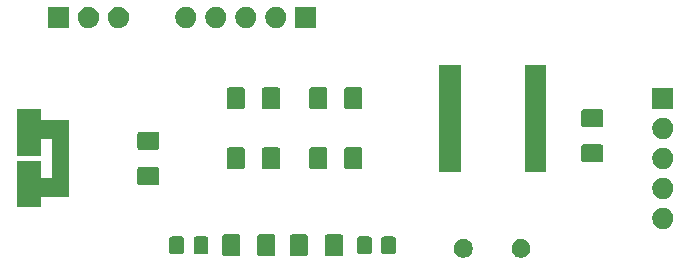
<source format=gbr>
%TF.GenerationSoftware,KiCad,Pcbnew,5.1.6-c6e7f7d~86~ubuntu18.04.1*%
%TF.CreationDate,2020-05-25T18:48:25+02:00*%
%TF.ProjectId,ft232rl_converter_v2,66743233-3272-46c5-9f63-6f6e76657274,1.0*%
%TF.SameCoordinates,PX4d83c00PY525bfc0*%
%TF.FileFunction,Soldermask,Top*%
%TF.FilePolarity,Negative*%
%FSLAX46Y46*%
G04 Gerber Fmt 4.6, Leading zero omitted, Abs format (unit mm)*
G04 Created by KiCad (PCBNEW 5.1.6-c6e7f7d~86~ubuntu18.04.1) date 2020-05-25 18:48:25*
%MOMM*%
%LPD*%
G01*
G04 APERTURE LIST*
%ADD10C,0.150000*%
G04 APERTURE END LIST*
D10*
G36*
X43213642Y5850219D02*
G01*
X43359414Y5789838D01*
X43359416Y5789837D01*
X43490608Y5702178D01*
X43602178Y5590608D01*
X43689837Y5459416D01*
X43689838Y5459414D01*
X43750219Y5313642D01*
X43781000Y5158893D01*
X43781000Y5001107D01*
X43750219Y4846358D01*
X43731876Y4802075D01*
X43689837Y4700584D01*
X43602178Y4569392D01*
X43490608Y4457822D01*
X43359416Y4370163D01*
X43359415Y4370162D01*
X43359414Y4370162D01*
X43213642Y4309781D01*
X43058893Y4279000D01*
X42901107Y4279000D01*
X42746358Y4309781D01*
X42600586Y4370162D01*
X42600585Y4370162D01*
X42600584Y4370163D01*
X42469392Y4457822D01*
X42357822Y4569392D01*
X42270163Y4700584D01*
X42228124Y4802075D01*
X42209781Y4846358D01*
X42179000Y5001107D01*
X42179000Y5158893D01*
X42209781Y5313642D01*
X42270162Y5459414D01*
X42270163Y5459416D01*
X42357822Y5590608D01*
X42469392Y5702178D01*
X42600584Y5789837D01*
X42600586Y5789838D01*
X42746358Y5850219D01*
X42901107Y5881000D01*
X43058893Y5881000D01*
X43213642Y5850219D01*
G37*
G36*
X38333642Y5850219D02*
G01*
X38479414Y5789838D01*
X38479416Y5789837D01*
X38610608Y5702178D01*
X38722178Y5590608D01*
X38809837Y5459416D01*
X38809838Y5459414D01*
X38870219Y5313642D01*
X38901000Y5158893D01*
X38901000Y5001107D01*
X38870219Y4846358D01*
X38851876Y4802075D01*
X38809837Y4700584D01*
X38722178Y4569392D01*
X38610608Y4457822D01*
X38479416Y4370163D01*
X38479415Y4370162D01*
X38479414Y4370162D01*
X38333642Y4309781D01*
X38178893Y4279000D01*
X38021107Y4279000D01*
X37866358Y4309781D01*
X37720586Y4370162D01*
X37720585Y4370162D01*
X37720584Y4370163D01*
X37589392Y4457822D01*
X37477822Y4569392D01*
X37390163Y4700584D01*
X37348124Y4802075D01*
X37329781Y4846358D01*
X37299000Y5001107D01*
X37299000Y5158893D01*
X37329781Y5313642D01*
X37390162Y5459414D01*
X37390163Y5459416D01*
X37477822Y5590608D01*
X37589392Y5702178D01*
X37720584Y5789837D01*
X37720586Y5789838D01*
X37866358Y5850219D01*
X38021107Y5881000D01*
X38178893Y5881000D01*
X38333642Y5850219D01*
G37*
G36*
X27754562Y6255819D02*
G01*
X27789481Y6245226D01*
X27821663Y6228024D01*
X27849873Y6204873D01*
X27873024Y6176663D01*
X27890226Y6144481D01*
X27900819Y6109562D01*
X27905000Y6067105D01*
X27905000Y4600895D01*
X27900819Y4558438D01*
X27890226Y4523519D01*
X27873024Y4491337D01*
X27849873Y4463127D01*
X27821663Y4439976D01*
X27789481Y4422774D01*
X27754562Y4412181D01*
X27712105Y4408000D01*
X26570895Y4408000D01*
X26528438Y4412181D01*
X26493519Y4422774D01*
X26461337Y4439976D01*
X26433127Y4463127D01*
X26409976Y4491337D01*
X26392774Y4523519D01*
X26382181Y4558438D01*
X26378000Y4600895D01*
X26378000Y6067105D01*
X26382181Y6109562D01*
X26392774Y6144481D01*
X26409976Y6176663D01*
X26433127Y6204873D01*
X26461337Y6228024D01*
X26493519Y6245226D01*
X26528438Y6255819D01*
X26570895Y6260000D01*
X27712105Y6260000D01*
X27754562Y6255819D01*
G37*
G36*
X24779562Y6255819D02*
G01*
X24814481Y6245226D01*
X24846663Y6228024D01*
X24874873Y6204873D01*
X24898024Y6176663D01*
X24915226Y6144481D01*
X24925819Y6109562D01*
X24930000Y6067105D01*
X24930000Y4600895D01*
X24925819Y4558438D01*
X24915226Y4523519D01*
X24898024Y4491337D01*
X24874873Y4463127D01*
X24846663Y4439976D01*
X24814481Y4422774D01*
X24779562Y4412181D01*
X24737105Y4408000D01*
X23595895Y4408000D01*
X23553438Y4412181D01*
X23518519Y4422774D01*
X23486337Y4439976D01*
X23458127Y4463127D01*
X23434976Y4491337D01*
X23417774Y4523519D01*
X23407181Y4558438D01*
X23403000Y4600895D01*
X23403000Y6067105D01*
X23407181Y6109562D01*
X23417774Y6144481D01*
X23434976Y6176663D01*
X23458127Y6204873D01*
X23486337Y6228024D01*
X23518519Y6245226D01*
X23553438Y6255819D01*
X23595895Y6260000D01*
X24737105Y6260000D01*
X24779562Y6255819D01*
G37*
G36*
X19064562Y6255819D02*
G01*
X19099481Y6245226D01*
X19131663Y6228024D01*
X19159873Y6204873D01*
X19183024Y6176663D01*
X19200226Y6144481D01*
X19210819Y6109562D01*
X19215000Y6067105D01*
X19215000Y4600895D01*
X19210819Y4558438D01*
X19200226Y4523519D01*
X19183024Y4491337D01*
X19159873Y4463127D01*
X19131663Y4439976D01*
X19099481Y4422774D01*
X19064562Y4412181D01*
X19022105Y4408000D01*
X17880895Y4408000D01*
X17838438Y4412181D01*
X17803519Y4422774D01*
X17771337Y4439976D01*
X17743127Y4463127D01*
X17719976Y4491337D01*
X17702774Y4523519D01*
X17692181Y4558438D01*
X17688000Y4600895D01*
X17688000Y6067105D01*
X17692181Y6109562D01*
X17702774Y6144481D01*
X17719976Y6176663D01*
X17743127Y6204873D01*
X17771337Y6228024D01*
X17803519Y6245226D01*
X17838438Y6255819D01*
X17880895Y6260000D01*
X19022105Y6260000D01*
X19064562Y6255819D01*
G37*
G36*
X22039562Y6255819D02*
G01*
X22074481Y6245226D01*
X22106663Y6228024D01*
X22134873Y6204873D01*
X22158024Y6176663D01*
X22175226Y6144481D01*
X22185819Y6109562D01*
X22190000Y6067105D01*
X22190000Y4600895D01*
X22185819Y4558438D01*
X22175226Y4523519D01*
X22158024Y4491337D01*
X22134873Y4463127D01*
X22106663Y4439976D01*
X22074481Y4422774D01*
X22039562Y4412181D01*
X21997105Y4408000D01*
X20855895Y4408000D01*
X20813438Y4412181D01*
X20778519Y4422774D01*
X20746337Y4439976D01*
X20718127Y4463127D01*
X20694976Y4491337D01*
X20677774Y4523519D01*
X20667181Y4558438D01*
X20663000Y4600895D01*
X20663000Y6067105D01*
X20667181Y6109562D01*
X20677774Y6144481D01*
X20694976Y6176663D01*
X20718127Y6204873D01*
X20746337Y6228024D01*
X20778519Y6245226D01*
X20813438Y6255819D01*
X20855895Y6260000D01*
X21997105Y6260000D01*
X22039562Y6255819D01*
G37*
G36*
X32222674Y6080535D02*
G01*
X32260367Y6069101D01*
X32295103Y6050534D01*
X32325548Y6025548D01*
X32350534Y5995103D01*
X32369101Y5960367D01*
X32380535Y5922674D01*
X32385000Y5877339D01*
X32385000Y4790661D01*
X32380535Y4745326D01*
X32369101Y4707633D01*
X32350534Y4672897D01*
X32325548Y4642452D01*
X32295103Y4617466D01*
X32260367Y4598899D01*
X32222674Y4587465D01*
X32177339Y4583000D01*
X31340661Y4583000D01*
X31295326Y4587465D01*
X31257633Y4598899D01*
X31222897Y4617466D01*
X31192452Y4642452D01*
X31167466Y4672897D01*
X31148899Y4707633D01*
X31137465Y4745326D01*
X31133000Y4790661D01*
X31133000Y5877339D01*
X31137465Y5922674D01*
X31148899Y5960367D01*
X31167466Y5995103D01*
X31192452Y6025548D01*
X31222897Y6050534D01*
X31257633Y6069101D01*
X31295326Y6080535D01*
X31340661Y6085000D01*
X32177339Y6085000D01*
X32222674Y6080535D01*
G37*
G36*
X30172674Y6080535D02*
G01*
X30210367Y6069101D01*
X30245103Y6050534D01*
X30275548Y6025548D01*
X30300534Y5995103D01*
X30319101Y5960367D01*
X30330535Y5922674D01*
X30335000Y5877339D01*
X30335000Y4790661D01*
X30330535Y4745326D01*
X30319101Y4707633D01*
X30300534Y4672897D01*
X30275548Y4642452D01*
X30245103Y4617466D01*
X30210367Y4598899D01*
X30172674Y4587465D01*
X30127339Y4583000D01*
X29290661Y4583000D01*
X29245326Y4587465D01*
X29207633Y4598899D01*
X29172897Y4617466D01*
X29142452Y4642452D01*
X29117466Y4672897D01*
X29098899Y4707633D01*
X29087465Y4745326D01*
X29083000Y4790661D01*
X29083000Y5877339D01*
X29087465Y5922674D01*
X29098899Y5960367D01*
X29117466Y5995103D01*
X29142452Y6025548D01*
X29172897Y6050534D01*
X29207633Y6069101D01*
X29245326Y6080535D01*
X29290661Y6085000D01*
X30127339Y6085000D01*
X30172674Y6080535D01*
G37*
G36*
X16347674Y6080535D02*
G01*
X16385367Y6069101D01*
X16420103Y6050534D01*
X16450548Y6025548D01*
X16475534Y5995103D01*
X16494101Y5960367D01*
X16505535Y5922674D01*
X16510000Y5877339D01*
X16510000Y4790661D01*
X16505535Y4745326D01*
X16494101Y4707633D01*
X16475534Y4672897D01*
X16450548Y4642452D01*
X16420103Y4617466D01*
X16385367Y4598899D01*
X16347674Y4587465D01*
X16302339Y4583000D01*
X15465661Y4583000D01*
X15420326Y4587465D01*
X15382633Y4598899D01*
X15347897Y4617466D01*
X15317452Y4642452D01*
X15292466Y4672897D01*
X15273899Y4707633D01*
X15262465Y4745326D01*
X15258000Y4790661D01*
X15258000Y5877339D01*
X15262465Y5922674D01*
X15273899Y5960367D01*
X15292466Y5995103D01*
X15317452Y6025548D01*
X15347897Y6050534D01*
X15382633Y6069101D01*
X15420326Y6080535D01*
X15465661Y6085000D01*
X16302339Y6085000D01*
X16347674Y6080535D01*
G37*
G36*
X14297674Y6080535D02*
G01*
X14335367Y6069101D01*
X14370103Y6050534D01*
X14400548Y6025548D01*
X14425534Y5995103D01*
X14444101Y5960367D01*
X14455535Y5922674D01*
X14460000Y5877339D01*
X14460000Y4790661D01*
X14455535Y4745326D01*
X14444101Y4707633D01*
X14425534Y4672897D01*
X14400548Y4642452D01*
X14370103Y4617466D01*
X14335367Y4598899D01*
X14297674Y4587465D01*
X14252339Y4583000D01*
X13415661Y4583000D01*
X13370326Y4587465D01*
X13332633Y4598899D01*
X13297897Y4617466D01*
X13267452Y4642452D01*
X13242466Y4672897D01*
X13223899Y4707633D01*
X13212465Y4745326D01*
X13208000Y4790661D01*
X13208000Y5877339D01*
X13212465Y5922674D01*
X13223899Y5960367D01*
X13242466Y5995103D01*
X13267452Y6025548D01*
X13297897Y6050534D01*
X13332633Y6069101D01*
X13370326Y6080535D01*
X13415661Y6085000D01*
X14252339Y6085000D01*
X14297674Y6080535D01*
G37*
G36*
X55104512Y8516073D02*
G01*
X55253812Y8486376D01*
X55417784Y8418456D01*
X55565354Y8319853D01*
X55690853Y8194354D01*
X55789456Y8046784D01*
X55857376Y7882812D01*
X55892000Y7708741D01*
X55892000Y7531259D01*
X55857376Y7357188D01*
X55789456Y7193216D01*
X55690853Y7045646D01*
X55565354Y6920147D01*
X55417784Y6821544D01*
X55253812Y6753624D01*
X55104512Y6723927D01*
X55079742Y6719000D01*
X54902258Y6719000D01*
X54877488Y6723927D01*
X54728188Y6753624D01*
X54564216Y6821544D01*
X54416646Y6920147D01*
X54291147Y7045646D01*
X54192544Y7193216D01*
X54124624Y7357188D01*
X54090000Y7531259D01*
X54090000Y7708741D01*
X54124624Y7882812D01*
X54192544Y8046784D01*
X54291147Y8194354D01*
X54416646Y8319853D01*
X54564216Y8418456D01*
X54728188Y8486376D01*
X54877488Y8516073D01*
X54902258Y8521000D01*
X55079742Y8521000D01*
X55104512Y8516073D01*
G37*
G36*
X2341000Y16075999D02*
G01*
X2343402Y16051613D01*
X2350515Y16028164D01*
X2362066Y16006553D01*
X2377611Y15987611D01*
X2396553Y15972066D01*
X2418164Y15960515D01*
X2441613Y15953402D01*
X2465999Y15951000D01*
X4741000Y15951000D01*
X4741000Y9449000D01*
X2465999Y9449000D01*
X2441613Y9446598D01*
X2418164Y9439485D01*
X2396553Y9427934D01*
X2377611Y9412389D01*
X2362066Y9393447D01*
X2350515Y9371836D01*
X2343402Y9348387D01*
X2341000Y9324001D01*
X2341000Y8551500D01*
X339000Y8551500D01*
X339000Y12498500D01*
X2341000Y12498500D01*
X2341000Y11150999D01*
X2343402Y11126613D01*
X2350515Y11103164D01*
X2362066Y11081553D01*
X2377611Y11062611D01*
X2396553Y11047066D01*
X2418164Y11035515D01*
X2441613Y11028402D01*
X2465999Y11026000D01*
X3134001Y11026000D01*
X3158387Y11028402D01*
X3181836Y11035515D01*
X3203447Y11047066D01*
X3222389Y11062611D01*
X3237934Y11081553D01*
X3249485Y11103164D01*
X3256598Y11126613D01*
X3259000Y11150999D01*
X3259000Y14249001D01*
X3256598Y14273387D01*
X3249485Y14296836D01*
X3237934Y14318447D01*
X3222389Y14337389D01*
X3203447Y14352934D01*
X3181836Y14364485D01*
X3158387Y14371598D01*
X3134001Y14374000D01*
X2465999Y14374000D01*
X2441613Y14371598D01*
X2418164Y14364485D01*
X2396553Y14352934D01*
X2377611Y14337389D01*
X2362066Y14318447D01*
X2350515Y14296836D01*
X2343402Y14273387D01*
X2341000Y14249001D01*
X2341000Y12901500D01*
X339000Y12901500D01*
X339000Y16848500D01*
X2341000Y16848500D01*
X2341000Y16075999D01*
G37*
G36*
X55104512Y11056073D02*
G01*
X55253812Y11026376D01*
X55417784Y10958456D01*
X55565354Y10859853D01*
X55690853Y10734354D01*
X55789456Y10586784D01*
X55857376Y10422812D01*
X55892000Y10248741D01*
X55892000Y10071259D01*
X55857376Y9897188D01*
X55789456Y9733216D01*
X55690853Y9585646D01*
X55565354Y9460147D01*
X55417784Y9361544D01*
X55253812Y9293624D01*
X55104512Y9263927D01*
X55079742Y9259000D01*
X54902258Y9259000D01*
X54877488Y9263927D01*
X54728188Y9293624D01*
X54564216Y9361544D01*
X54416646Y9460147D01*
X54291147Y9585646D01*
X54192544Y9733216D01*
X54124624Y9897188D01*
X54090000Y10071259D01*
X54090000Y10248741D01*
X54124624Y10422812D01*
X54192544Y10586784D01*
X54291147Y10734354D01*
X54416646Y10859853D01*
X54564216Y10958456D01*
X54728188Y11026376D01*
X54877488Y11056073D01*
X54902258Y11061000D01*
X55079742Y11061000D01*
X55104512Y11056073D01*
G37*
G36*
X12205562Y11971819D02*
G01*
X12240481Y11961226D01*
X12272663Y11944024D01*
X12300873Y11920873D01*
X12324024Y11892663D01*
X12341226Y11860481D01*
X12351819Y11825562D01*
X12356000Y11783105D01*
X12356000Y10641895D01*
X12351819Y10599438D01*
X12341226Y10564519D01*
X12324024Y10532337D01*
X12300873Y10504127D01*
X12272663Y10480976D01*
X12240481Y10463774D01*
X12205562Y10453181D01*
X12163105Y10449000D01*
X10696895Y10449000D01*
X10654438Y10453181D01*
X10619519Y10463774D01*
X10587337Y10480976D01*
X10559127Y10504127D01*
X10535976Y10532337D01*
X10518774Y10564519D01*
X10508181Y10599438D01*
X10504000Y10641895D01*
X10504000Y11783105D01*
X10508181Y11825562D01*
X10518774Y11860481D01*
X10535976Y11892663D01*
X10559127Y11920873D01*
X10587337Y11944024D01*
X10619519Y11961226D01*
X10654438Y11971819D01*
X10696895Y11976000D01*
X12163105Y11976000D01*
X12205562Y11971819D01*
G37*
G36*
X37931000Y11564000D02*
G01*
X36079000Y11564000D01*
X36079000Y20566000D01*
X37931000Y20566000D01*
X37931000Y11564000D01*
G37*
G36*
X45131000Y11564000D02*
G01*
X43279000Y11564000D01*
X43279000Y20566000D01*
X45131000Y20566000D01*
X45131000Y11564000D01*
G37*
G36*
X26430562Y13621819D02*
G01*
X26465481Y13611226D01*
X26497663Y13594024D01*
X26525873Y13570873D01*
X26549024Y13542663D01*
X26566226Y13510481D01*
X26576819Y13475562D01*
X26581000Y13433105D01*
X26581000Y11966895D01*
X26576819Y11924438D01*
X26566226Y11889519D01*
X26549024Y11857337D01*
X26525873Y11829127D01*
X26497663Y11805976D01*
X26465481Y11788774D01*
X26430562Y11778181D01*
X26388105Y11774000D01*
X25246895Y11774000D01*
X25204438Y11778181D01*
X25169519Y11788774D01*
X25137337Y11805976D01*
X25109127Y11829127D01*
X25085976Y11857337D01*
X25068774Y11889519D01*
X25058181Y11924438D01*
X25054000Y11966895D01*
X25054000Y13433105D01*
X25058181Y13475562D01*
X25068774Y13510481D01*
X25085976Y13542663D01*
X25109127Y13570873D01*
X25137337Y13594024D01*
X25169519Y13611226D01*
X25204438Y13621819D01*
X25246895Y13626000D01*
X26388105Y13626000D01*
X26430562Y13621819D01*
G37*
G36*
X29405562Y13621819D02*
G01*
X29440481Y13611226D01*
X29472663Y13594024D01*
X29500873Y13570873D01*
X29524024Y13542663D01*
X29541226Y13510481D01*
X29551819Y13475562D01*
X29556000Y13433105D01*
X29556000Y11966895D01*
X29551819Y11924438D01*
X29541226Y11889519D01*
X29524024Y11857337D01*
X29500873Y11829127D01*
X29472663Y11805976D01*
X29440481Y11788774D01*
X29405562Y11778181D01*
X29363105Y11774000D01*
X28221895Y11774000D01*
X28179438Y11778181D01*
X28144519Y11788774D01*
X28112337Y11805976D01*
X28084127Y11829127D01*
X28060976Y11857337D01*
X28043774Y11889519D01*
X28033181Y11924438D01*
X28029000Y11966895D01*
X28029000Y13433105D01*
X28033181Y13475562D01*
X28043774Y13510481D01*
X28060976Y13542663D01*
X28084127Y13570873D01*
X28112337Y13594024D01*
X28144519Y13611226D01*
X28179438Y13621819D01*
X28221895Y13626000D01*
X29363105Y13626000D01*
X29405562Y13621819D01*
G37*
G36*
X19445562Y13621819D02*
G01*
X19480481Y13611226D01*
X19512663Y13594024D01*
X19540873Y13570873D01*
X19564024Y13542663D01*
X19581226Y13510481D01*
X19591819Y13475562D01*
X19596000Y13433105D01*
X19596000Y11966895D01*
X19591819Y11924438D01*
X19581226Y11889519D01*
X19564024Y11857337D01*
X19540873Y11829127D01*
X19512663Y11805976D01*
X19480481Y11788774D01*
X19445562Y11778181D01*
X19403105Y11774000D01*
X18261895Y11774000D01*
X18219438Y11778181D01*
X18184519Y11788774D01*
X18152337Y11805976D01*
X18124127Y11829127D01*
X18100976Y11857337D01*
X18083774Y11889519D01*
X18073181Y11924438D01*
X18069000Y11966895D01*
X18069000Y13433105D01*
X18073181Y13475562D01*
X18083774Y13510481D01*
X18100976Y13542663D01*
X18124127Y13570873D01*
X18152337Y13594024D01*
X18184519Y13611226D01*
X18219438Y13621819D01*
X18261895Y13626000D01*
X19403105Y13626000D01*
X19445562Y13621819D01*
G37*
G36*
X22420562Y13621819D02*
G01*
X22455481Y13611226D01*
X22487663Y13594024D01*
X22515873Y13570873D01*
X22539024Y13542663D01*
X22556226Y13510481D01*
X22566819Y13475562D01*
X22571000Y13433105D01*
X22571000Y11966895D01*
X22566819Y11924438D01*
X22556226Y11889519D01*
X22539024Y11857337D01*
X22515873Y11829127D01*
X22487663Y11805976D01*
X22455481Y11788774D01*
X22420562Y11778181D01*
X22378105Y11774000D01*
X21236895Y11774000D01*
X21194438Y11778181D01*
X21159519Y11788774D01*
X21127337Y11805976D01*
X21099127Y11829127D01*
X21075976Y11857337D01*
X21058774Y11889519D01*
X21048181Y11924438D01*
X21044000Y11966895D01*
X21044000Y13433105D01*
X21048181Y13475562D01*
X21058774Y13510481D01*
X21075976Y13542663D01*
X21099127Y13570873D01*
X21127337Y13594024D01*
X21159519Y13611226D01*
X21194438Y13621819D01*
X21236895Y13626000D01*
X22378105Y13626000D01*
X22420562Y13621819D01*
G37*
G36*
X55104512Y13596073D02*
G01*
X55253812Y13566376D01*
X55417784Y13498456D01*
X55565354Y13399853D01*
X55690853Y13274354D01*
X55789456Y13126784D01*
X55857376Y12962812D01*
X55892000Y12788741D01*
X55892000Y12611259D01*
X55857376Y12437188D01*
X55789456Y12273216D01*
X55690853Y12125646D01*
X55565354Y12000147D01*
X55417784Y11901544D01*
X55253812Y11833624D01*
X55104512Y11803927D01*
X55079742Y11799000D01*
X54902258Y11799000D01*
X54877488Y11803927D01*
X54728188Y11833624D01*
X54564216Y11901544D01*
X54416646Y12000147D01*
X54291147Y12125646D01*
X54192544Y12273216D01*
X54124624Y12437188D01*
X54090000Y12611259D01*
X54090000Y12788741D01*
X54124624Y12962812D01*
X54192544Y13126784D01*
X54291147Y13274354D01*
X54416646Y13399853D01*
X54564216Y13498456D01*
X54728188Y13566376D01*
X54877488Y13596073D01*
X54902258Y13601000D01*
X55079742Y13601000D01*
X55104512Y13596073D01*
G37*
G36*
X49797562Y13876819D02*
G01*
X49832481Y13866226D01*
X49864663Y13849024D01*
X49892873Y13825873D01*
X49916024Y13797663D01*
X49933226Y13765481D01*
X49943819Y13730562D01*
X49948000Y13688105D01*
X49948000Y12546895D01*
X49943819Y12504438D01*
X49933226Y12469519D01*
X49916024Y12437337D01*
X49892873Y12409127D01*
X49864663Y12385976D01*
X49832481Y12368774D01*
X49797562Y12358181D01*
X49755105Y12354000D01*
X48288895Y12354000D01*
X48246438Y12358181D01*
X48211519Y12368774D01*
X48179337Y12385976D01*
X48151127Y12409127D01*
X48127976Y12437337D01*
X48110774Y12469519D01*
X48100181Y12504438D01*
X48096000Y12546895D01*
X48096000Y13688105D01*
X48100181Y13730562D01*
X48110774Y13765481D01*
X48127976Y13797663D01*
X48151127Y13825873D01*
X48179337Y13849024D01*
X48211519Y13866226D01*
X48246438Y13876819D01*
X48288895Y13881000D01*
X49755105Y13881000D01*
X49797562Y13876819D01*
G37*
G36*
X12205562Y14946819D02*
G01*
X12240481Y14936226D01*
X12272663Y14919024D01*
X12300873Y14895873D01*
X12324024Y14867663D01*
X12341226Y14835481D01*
X12351819Y14800562D01*
X12356000Y14758105D01*
X12356000Y13616895D01*
X12351819Y13574438D01*
X12341226Y13539519D01*
X12324024Y13507337D01*
X12300873Y13479127D01*
X12272663Y13455976D01*
X12240481Y13438774D01*
X12205562Y13428181D01*
X12163105Y13424000D01*
X10696895Y13424000D01*
X10654438Y13428181D01*
X10619519Y13438774D01*
X10587337Y13455976D01*
X10559127Y13479127D01*
X10535976Y13507337D01*
X10518774Y13539519D01*
X10508181Y13574438D01*
X10504000Y13616895D01*
X10504000Y14758105D01*
X10508181Y14800562D01*
X10518774Y14835481D01*
X10535976Y14867663D01*
X10559127Y14895873D01*
X10587337Y14919024D01*
X10619519Y14936226D01*
X10654438Y14946819D01*
X10696895Y14951000D01*
X12163105Y14951000D01*
X12205562Y14946819D01*
G37*
G36*
X55104512Y16136073D02*
G01*
X55253812Y16106376D01*
X55417784Y16038456D01*
X55565354Y15939853D01*
X55690853Y15814354D01*
X55789456Y15666784D01*
X55857376Y15502812D01*
X55875372Y15412337D01*
X55891949Y15329000D01*
X55892000Y15328741D01*
X55892000Y15151259D01*
X55857376Y14977188D01*
X55789456Y14813216D01*
X55690853Y14665646D01*
X55565354Y14540147D01*
X55417784Y14441544D01*
X55253812Y14373624D01*
X55104512Y14343927D01*
X55079742Y14339000D01*
X54902258Y14339000D01*
X54877488Y14343927D01*
X54728188Y14373624D01*
X54564216Y14441544D01*
X54416646Y14540147D01*
X54291147Y14665646D01*
X54192544Y14813216D01*
X54124624Y14977188D01*
X54090000Y15151259D01*
X54090000Y15328741D01*
X54090052Y15329000D01*
X54106628Y15412337D01*
X54124624Y15502812D01*
X54192544Y15666784D01*
X54291147Y15814354D01*
X54416646Y15939853D01*
X54564216Y16038456D01*
X54728188Y16106376D01*
X54877488Y16136073D01*
X54902258Y16141000D01*
X55079742Y16141000D01*
X55104512Y16136073D01*
G37*
G36*
X49797562Y16851819D02*
G01*
X49832481Y16841226D01*
X49864663Y16824024D01*
X49892873Y16800873D01*
X49916024Y16772663D01*
X49933226Y16740481D01*
X49943819Y16705562D01*
X49948000Y16663105D01*
X49948000Y15521895D01*
X49943819Y15479438D01*
X49933226Y15444519D01*
X49916024Y15412337D01*
X49892873Y15384127D01*
X49864663Y15360976D01*
X49832481Y15343774D01*
X49797562Y15333181D01*
X49755105Y15329000D01*
X48288895Y15329000D01*
X48246438Y15333181D01*
X48211519Y15343774D01*
X48179337Y15360976D01*
X48151127Y15384127D01*
X48127976Y15412337D01*
X48110774Y15444519D01*
X48100181Y15479438D01*
X48096000Y15521895D01*
X48096000Y16663105D01*
X48100181Y16705562D01*
X48110774Y16740481D01*
X48127976Y16772663D01*
X48151127Y16800873D01*
X48179337Y16824024D01*
X48211519Y16841226D01*
X48246438Y16851819D01*
X48288895Y16856000D01*
X49755105Y16856000D01*
X49797562Y16851819D01*
G37*
G36*
X26430562Y18701819D02*
G01*
X26465481Y18691226D01*
X26497663Y18674024D01*
X26525873Y18650873D01*
X26549024Y18622663D01*
X26566226Y18590481D01*
X26576819Y18555562D01*
X26581000Y18513105D01*
X26581000Y17046895D01*
X26576819Y17004438D01*
X26566226Y16969519D01*
X26549024Y16937337D01*
X26525873Y16909127D01*
X26497663Y16885976D01*
X26465481Y16868774D01*
X26430562Y16858181D01*
X26388105Y16854000D01*
X25246895Y16854000D01*
X25204438Y16858181D01*
X25169519Y16868774D01*
X25137337Y16885976D01*
X25109127Y16909127D01*
X25085976Y16937337D01*
X25068774Y16969519D01*
X25058181Y17004438D01*
X25054000Y17046895D01*
X25054000Y18513105D01*
X25058181Y18555562D01*
X25068774Y18590481D01*
X25085976Y18622663D01*
X25109127Y18650873D01*
X25137337Y18674024D01*
X25169519Y18691226D01*
X25204438Y18701819D01*
X25246895Y18706000D01*
X26388105Y18706000D01*
X26430562Y18701819D01*
G37*
G36*
X19445562Y18701819D02*
G01*
X19480481Y18691226D01*
X19512663Y18674024D01*
X19540873Y18650873D01*
X19564024Y18622663D01*
X19581226Y18590481D01*
X19591819Y18555562D01*
X19596000Y18513105D01*
X19596000Y17046895D01*
X19591819Y17004438D01*
X19581226Y16969519D01*
X19564024Y16937337D01*
X19540873Y16909127D01*
X19512663Y16885976D01*
X19480481Y16868774D01*
X19445562Y16858181D01*
X19403105Y16854000D01*
X18261895Y16854000D01*
X18219438Y16858181D01*
X18184519Y16868774D01*
X18152337Y16885976D01*
X18124127Y16909127D01*
X18100976Y16937337D01*
X18083774Y16969519D01*
X18073181Y17004438D01*
X18069000Y17046895D01*
X18069000Y18513105D01*
X18073181Y18555562D01*
X18083774Y18590481D01*
X18100976Y18622663D01*
X18124127Y18650873D01*
X18152337Y18674024D01*
X18184519Y18691226D01*
X18219438Y18701819D01*
X18261895Y18706000D01*
X19403105Y18706000D01*
X19445562Y18701819D01*
G37*
G36*
X22420562Y18701819D02*
G01*
X22455481Y18691226D01*
X22487663Y18674024D01*
X22515873Y18650873D01*
X22539024Y18622663D01*
X22556226Y18590481D01*
X22566819Y18555562D01*
X22571000Y18513105D01*
X22571000Y17046895D01*
X22566819Y17004438D01*
X22556226Y16969519D01*
X22539024Y16937337D01*
X22515873Y16909127D01*
X22487663Y16885976D01*
X22455481Y16868774D01*
X22420562Y16858181D01*
X22378105Y16854000D01*
X21236895Y16854000D01*
X21194438Y16858181D01*
X21159519Y16868774D01*
X21127337Y16885976D01*
X21099127Y16909127D01*
X21075976Y16937337D01*
X21058774Y16969519D01*
X21048181Y17004438D01*
X21044000Y17046895D01*
X21044000Y18513105D01*
X21048181Y18555562D01*
X21058774Y18590481D01*
X21075976Y18622663D01*
X21099127Y18650873D01*
X21127337Y18674024D01*
X21159519Y18691226D01*
X21194438Y18701819D01*
X21236895Y18706000D01*
X22378105Y18706000D01*
X22420562Y18701819D01*
G37*
G36*
X29405562Y18701819D02*
G01*
X29440481Y18691226D01*
X29472663Y18674024D01*
X29500873Y18650873D01*
X29524024Y18622663D01*
X29541226Y18590481D01*
X29551819Y18555562D01*
X29556000Y18513105D01*
X29556000Y17046895D01*
X29551819Y17004438D01*
X29541226Y16969519D01*
X29524024Y16937337D01*
X29500873Y16909127D01*
X29472663Y16885976D01*
X29440481Y16868774D01*
X29405562Y16858181D01*
X29363105Y16854000D01*
X28221895Y16854000D01*
X28179438Y16858181D01*
X28144519Y16868774D01*
X28112337Y16885976D01*
X28084127Y16909127D01*
X28060976Y16937337D01*
X28043774Y16969519D01*
X28033181Y17004438D01*
X28029000Y17046895D01*
X28029000Y18513105D01*
X28033181Y18555562D01*
X28043774Y18590481D01*
X28060976Y18622663D01*
X28084127Y18650873D01*
X28112337Y18674024D01*
X28144519Y18691226D01*
X28179438Y18701819D01*
X28221895Y18706000D01*
X29363105Y18706000D01*
X29405562Y18701819D01*
G37*
G36*
X55892000Y16879000D02*
G01*
X54090000Y16879000D01*
X54090000Y18681000D01*
X55892000Y18681000D01*
X55892000Y16879000D01*
G37*
G36*
X14718512Y25534073D02*
G01*
X14867812Y25504376D01*
X15031784Y25436456D01*
X15179354Y25337853D01*
X15304853Y25212354D01*
X15403456Y25064784D01*
X15471376Y24900812D01*
X15506000Y24726741D01*
X15506000Y24549259D01*
X15471376Y24375188D01*
X15403456Y24211216D01*
X15304853Y24063646D01*
X15179354Y23938147D01*
X15031784Y23839544D01*
X14867812Y23771624D01*
X14718512Y23741927D01*
X14693742Y23737000D01*
X14516258Y23737000D01*
X14491488Y23741927D01*
X14342188Y23771624D01*
X14178216Y23839544D01*
X14030646Y23938147D01*
X13905147Y24063646D01*
X13806544Y24211216D01*
X13738624Y24375188D01*
X13704000Y24549259D01*
X13704000Y24726741D01*
X13738624Y24900812D01*
X13806544Y25064784D01*
X13905147Y25212354D01*
X14030646Y25337853D01*
X14178216Y25436456D01*
X14342188Y25504376D01*
X14491488Y25534073D01*
X14516258Y25539000D01*
X14693742Y25539000D01*
X14718512Y25534073D01*
G37*
G36*
X4711000Y23737000D02*
G01*
X2909000Y23737000D01*
X2909000Y25539000D01*
X4711000Y25539000D01*
X4711000Y23737000D01*
G37*
G36*
X19798512Y25534073D02*
G01*
X19947812Y25504376D01*
X20111784Y25436456D01*
X20259354Y25337853D01*
X20384853Y25212354D01*
X20483456Y25064784D01*
X20551376Y24900812D01*
X20586000Y24726741D01*
X20586000Y24549259D01*
X20551376Y24375188D01*
X20483456Y24211216D01*
X20384853Y24063646D01*
X20259354Y23938147D01*
X20111784Y23839544D01*
X19947812Y23771624D01*
X19798512Y23741927D01*
X19773742Y23737000D01*
X19596258Y23737000D01*
X19571488Y23741927D01*
X19422188Y23771624D01*
X19258216Y23839544D01*
X19110646Y23938147D01*
X18985147Y24063646D01*
X18886544Y24211216D01*
X18818624Y24375188D01*
X18784000Y24549259D01*
X18784000Y24726741D01*
X18818624Y24900812D01*
X18886544Y25064784D01*
X18985147Y25212354D01*
X19110646Y25337853D01*
X19258216Y25436456D01*
X19422188Y25504376D01*
X19571488Y25534073D01*
X19596258Y25539000D01*
X19773742Y25539000D01*
X19798512Y25534073D01*
G37*
G36*
X17258512Y25534073D02*
G01*
X17407812Y25504376D01*
X17571784Y25436456D01*
X17719354Y25337853D01*
X17844853Y25212354D01*
X17943456Y25064784D01*
X18011376Y24900812D01*
X18046000Y24726741D01*
X18046000Y24549259D01*
X18011376Y24375188D01*
X17943456Y24211216D01*
X17844853Y24063646D01*
X17719354Y23938147D01*
X17571784Y23839544D01*
X17407812Y23771624D01*
X17258512Y23741927D01*
X17233742Y23737000D01*
X17056258Y23737000D01*
X17031488Y23741927D01*
X16882188Y23771624D01*
X16718216Y23839544D01*
X16570646Y23938147D01*
X16445147Y24063646D01*
X16346544Y24211216D01*
X16278624Y24375188D01*
X16244000Y24549259D01*
X16244000Y24726741D01*
X16278624Y24900812D01*
X16346544Y25064784D01*
X16445147Y25212354D01*
X16570646Y25337853D01*
X16718216Y25436456D01*
X16882188Y25504376D01*
X17031488Y25534073D01*
X17056258Y25539000D01*
X17233742Y25539000D01*
X17258512Y25534073D01*
G37*
G36*
X9003512Y25534073D02*
G01*
X9152812Y25504376D01*
X9316784Y25436456D01*
X9464354Y25337853D01*
X9589853Y25212354D01*
X9688456Y25064784D01*
X9756376Y24900812D01*
X9791000Y24726741D01*
X9791000Y24549259D01*
X9756376Y24375188D01*
X9688456Y24211216D01*
X9589853Y24063646D01*
X9464354Y23938147D01*
X9316784Y23839544D01*
X9152812Y23771624D01*
X9003512Y23741927D01*
X8978742Y23737000D01*
X8801258Y23737000D01*
X8776488Y23741927D01*
X8627188Y23771624D01*
X8463216Y23839544D01*
X8315646Y23938147D01*
X8190147Y24063646D01*
X8091544Y24211216D01*
X8023624Y24375188D01*
X7989000Y24549259D01*
X7989000Y24726741D01*
X8023624Y24900812D01*
X8091544Y25064784D01*
X8190147Y25212354D01*
X8315646Y25337853D01*
X8463216Y25436456D01*
X8627188Y25504376D01*
X8776488Y25534073D01*
X8801258Y25539000D01*
X8978742Y25539000D01*
X9003512Y25534073D01*
G37*
G36*
X6463512Y25534073D02*
G01*
X6612812Y25504376D01*
X6776784Y25436456D01*
X6924354Y25337853D01*
X7049853Y25212354D01*
X7148456Y25064784D01*
X7216376Y24900812D01*
X7251000Y24726741D01*
X7251000Y24549259D01*
X7216376Y24375188D01*
X7148456Y24211216D01*
X7049853Y24063646D01*
X6924354Y23938147D01*
X6776784Y23839544D01*
X6612812Y23771624D01*
X6463512Y23741927D01*
X6438742Y23737000D01*
X6261258Y23737000D01*
X6236488Y23741927D01*
X6087188Y23771624D01*
X5923216Y23839544D01*
X5775646Y23938147D01*
X5650147Y24063646D01*
X5551544Y24211216D01*
X5483624Y24375188D01*
X5449000Y24549259D01*
X5449000Y24726741D01*
X5483624Y24900812D01*
X5551544Y25064784D01*
X5650147Y25212354D01*
X5775646Y25337853D01*
X5923216Y25436456D01*
X6087188Y25504376D01*
X6236488Y25534073D01*
X6261258Y25539000D01*
X6438742Y25539000D01*
X6463512Y25534073D01*
G37*
G36*
X25666000Y23737000D02*
G01*
X23864000Y23737000D01*
X23864000Y25539000D01*
X25666000Y25539000D01*
X25666000Y23737000D01*
G37*
G36*
X22338512Y25534073D02*
G01*
X22487812Y25504376D01*
X22651784Y25436456D01*
X22799354Y25337853D01*
X22924853Y25212354D01*
X23023456Y25064784D01*
X23091376Y24900812D01*
X23126000Y24726741D01*
X23126000Y24549259D01*
X23091376Y24375188D01*
X23023456Y24211216D01*
X22924853Y24063646D01*
X22799354Y23938147D01*
X22651784Y23839544D01*
X22487812Y23771624D01*
X22338512Y23741927D01*
X22313742Y23737000D01*
X22136258Y23737000D01*
X22111488Y23741927D01*
X21962188Y23771624D01*
X21798216Y23839544D01*
X21650646Y23938147D01*
X21525147Y24063646D01*
X21426544Y24211216D01*
X21358624Y24375188D01*
X21324000Y24549259D01*
X21324000Y24726741D01*
X21358624Y24900812D01*
X21426544Y25064784D01*
X21525147Y25212354D01*
X21650646Y25337853D01*
X21798216Y25436456D01*
X21962188Y25504376D01*
X22111488Y25534073D01*
X22136258Y25539000D01*
X22313742Y25539000D01*
X22338512Y25534073D01*
G37*
M02*

</source>
